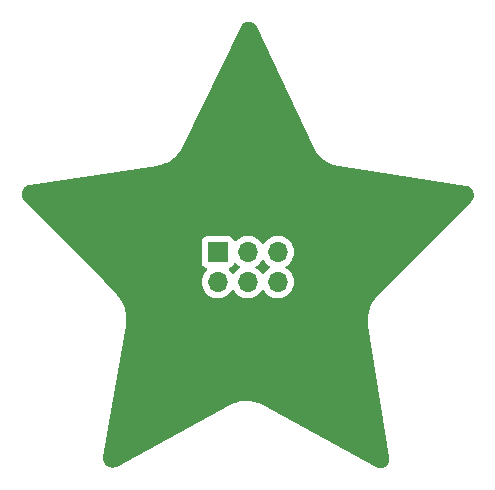
<source format=gtl>
G04 #@! TF.GenerationSoftware,KiCad,Pcbnew,(6.99.0-1934-gfe17dca71f)*
G04 #@! TF.CreationDate,2022-05-23T00:26:23-05:00*
G04 #@! TF.ProjectId,gold_star_v2_SAO,676f6c64-5f73-4746-9172-5f76325f5341,rev?*
G04 #@! TF.SameCoordinates,Original*
G04 #@! TF.FileFunction,Copper,L1,Top*
G04 #@! TF.FilePolarity,Positive*
%FSLAX46Y46*%
G04 Gerber Fmt 4.6, Leading zero omitted, Abs format (unit mm)*
G04 Created by KiCad (PCBNEW (6.99.0-1934-gfe17dca71f)) date 2022-05-23 00:26:23*
%MOMM*%
%LPD*%
G01*
G04 APERTURE LIST*
G04 #@! TA.AperFunction,ComponentPad*
%ADD10R,1.700000X1.700000*%
G04 #@! TD*
G04 #@! TA.AperFunction,ComponentPad*
%ADD11O,1.700000X1.700000*%
G04 #@! TD*
G04 APERTURE END LIST*
D10*
X124459999Y-76799999D03*
D11*
X124459999Y-79339999D03*
X126999999Y-76799999D03*
X126999999Y-79339999D03*
X129539999Y-76799999D03*
X129539999Y-79339999D03*
G04 #@! TA.AperFunction,NonConductor*
G36*
X128353226Y-77475670D02*
G01*
X128375483Y-77501357D01*
X128464278Y-77637268D01*
X128467803Y-77641097D01*
X128467806Y-77641101D01*
X128532511Y-77711388D01*
X128616760Y-77802906D01*
X128794424Y-77941189D01*
X128799005Y-77943668D01*
X128827680Y-77959186D01*
X128878071Y-78009199D01*
X128893423Y-78078516D01*
X128868863Y-78145129D01*
X128827681Y-78180813D01*
X128794424Y-78198811D01*
X128790313Y-78202010D01*
X128790311Y-78202012D01*
X128635861Y-78322227D01*
X128616760Y-78337094D01*
X128613228Y-78340931D01*
X128467806Y-78498899D01*
X128467803Y-78498903D01*
X128464278Y-78502732D01*
X128461427Y-78507096D01*
X128375483Y-78638643D01*
X128321479Y-78684732D01*
X128251132Y-78694307D01*
X128186774Y-78664330D01*
X128164517Y-78638643D01*
X128078573Y-78507096D01*
X128075722Y-78502732D01*
X128072197Y-78498903D01*
X128072194Y-78498899D01*
X127926772Y-78340931D01*
X127923240Y-78337094D01*
X127904139Y-78322227D01*
X127749689Y-78202012D01*
X127749687Y-78202010D01*
X127745576Y-78198811D01*
X127712320Y-78180814D01*
X127661929Y-78130801D01*
X127646577Y-78061484D01*
X127671137Y-77994871D01*
X127712320Y-77959186D01*
X127740995Y-77943668D01*
X127745576Y-77941189D01*
X127923240Y-77802906D01*
X128007489Y-77711388D01*
X128072194Y-77641101D01*
X128072197Y-77641097D01*
X128075722Y-77637268D01*
X128164517Y-77501357D01*
X128218521Y-77455268D01*
X128288868Y-77445693D01*
X128353226Y-77475670D01*
G37*
G04 #@! TD.AperFunction*
G04 #@! TA.AperFunction,NonConductor*
G36*
X125983439Y-77711388D02*
G01*
X126015755Y-77736638D01*
X126036526Y-77759201D01*
X126076760Y-77802906D01*
X126254424Y-77941189D01*
X126259005Y-77943668D01*
X126287680Y-77959186D01*
X126338071Y-78009199D01*
X126353423Y-78078516D01*
X126328863Y-78145129D01*
X126287681Y-78180813D01*
X126254424Y-78198811D01*
X126250313Y-78202010D01*
X126250311Y-78202012D01*
X126095861Y-78322227D01*
X126076760Y-78337094D01*
X126073228Y-78340931D01*
X125927806Y-78498899D01*
X125927803Y-78498903D01*
X125924278Y-78502732D01*
X125921427Y-78507096D01*
X125835483Y-78638643D01*
X125781479Y-78684732D01*
X125711132Y-78694307D01*
X125646774Y-78664330D01*
X125624517Y-78638643D01*
X125538573Y-78507096D01*
X125535722Y-78502732D01*
X125532197Y-78498903D01*
X125532194Y-78498899D01*
X125392525Y-78347180D01*
X125361104Y-78283515D01*
X125369091Y-78212969D01*
X125413949Y-78157940D01*
X125441191Y-78143787D01*
X125556204Y-78100889D01*
X125568536Y-78091658D01*
X125666050Y-78018659D01*
X125673261Y-78013261D01*
X125760889Y-77896204D01*
X125804998Y-77777944D01*
X125847545Y-77721108D01*
X125914065Y-77696297D01*
X125983439Y-77711388D01*
G37*
G04 #@! TD.AperFunction*
G04 #@! TA.AperFunction,NonConductor*
G36*
X127087122Y-57296259D02*
G01*
X127133892Y-57298091D01*
X127143078Y-57298787D01*
X127187998Y-57303852D01*
X127197053Y-57305208D01*
X127241178Y-57313464D01*
X127250041Y-57315456D01*
X127285242Y-57324713D01*
X127293255Y-57326820D01*
X127301890Y-57329425D01*
X127344064Y-57343812D01*
X127352429Y-57347002D01*
X127393455Y-57364339D01*
X127401515Y-57368085D01*
X127419253Y-57377105D01*
X127441243Y-57388287D01*
X127448977Y-57392568D01*
X127487288Y-57415564D01*
X127494666Y-57420350D01*
X127531407Y-57446054D01*
X127538384Y-57451307D01*
X127573400Y-57479625D01*
X127579973Y-57485328D01*
X127613151Y-57516203D01*
X127619325Y-57522361D01*
X127650475Y-57555666D01*
X127656216Y-57562248D01*
X127667477Y-57576098D01*
X127685078Y-57597746D01*
X127685202Y-57597899D01*
X127690481Y-57604873D01*
X127717206Y-57642850D01*
X127721991Y-57650177D01*
X127746277Y-57690350D01*
X127750546Y-57698002D01*
X127773276Y-57742288D01*
X127775193Y-57746188D01*
X132503511Y-67803726D01*
X132516572Y-67831508D01*
X132515457Y-67832032D01*
X132515560Y-67832245D01*
X132516659Y-67831687D01*
X132601720Y-67999314D01*
X132600761Y-67999800D01*
X132600796Y-67999866D01*
X132601722Y-67999329D01*
X132601762Y-67999398D01*
X132601802Y-67999476D01*
X132600849Y-67999965D01*
X132600885Y-68000031D01*
X132601814Y-67999487D01*
X132696000Y-68160289D01*
X132695179Y-68160770D01*
X132695217Y-68160832D01*
X132696004Y-68160307D01*
X132696058Y-68160388D01*
X132696094Y-68160449D01*
X132695279Y-68160930D01*
X132695314Y-68160986D01*
X132696104Y-68160457D01*
X132799020Y-68314131D01*
X132797883Y-68314892D01*
X132797937Y-68314966D01*
X132799024Y-68314146D01*
X132799076Y-68314215D01*
X132799122Y-68314283D01*
X132797995Y-68315045D01*
X132798048Y-68315118D01*
X132799135Y-68314291D01*
X132910376Y-68460530D01*
X132909499Y-68461197D01*
X132909550Y-68461259D01*
X132910381Y-68460545D01*
X132910436Y-68460609D01*
X132910487Y-68460676D01*
X132909616Y-68461339D01*
X132909667Y-68461402D01*
X132910501Y-68460684D01*
X133029671Y-68599184D01*
X133028658Y-68600056D01*
X133028723Y-68600126D01*
X133029677Y-68599200D01*
X133029741Y-68599266D01*
X133029791Y-68599324D01*
X133028802Y-68600177D01*
X133028785Y-68600193D01*
X133028846Y-68600260D01*
X133029804Y-68599330D01*
X133156506Y-68729796D01*
X133155803Y-68730478D01*
X133155987Y-68730656D01*
X133156647Y-68729933D01*
X133290481Y-68852058D01*
X133289646Y-68852973D01*
X133289710Y-68853027D01*
X133290489Y-68852072D01*
X133290554Y-68852125D01*
X133290616Y-68852181D01*
X133289791Y-68853095D01*
X133289854Y-68853148D01*
X133290631Y-68852186D01*
X133431198Y-68965667D01*
X133430539Y-68966483D01*
X133430747Y-68966641D01*
X133431355Y-68965787D01*
X133578257Y-69070325D01*
X133577527Y-69071350D01*
X133577602Y-69071400D01*
X133578267Y-69070339D01*
X133578342Y-69070386D01*
X133578407Y-69070432D01*
X133577684Y-69071453D01*
X133577757Y-69071501D01*
X133578422Y-69070435D01*
X133731262Y-69165728D01*
X133730763Y-69166528D01*
X133730825Y-69166564D01*
X133731272Y-69165740D01*
X133731342Y-69165778D01*
X133731416Y-69165824D01*
X133730921Y-69166620D01*
X133730983Y-69166656D01*
X133731432Y-69165827D01*
X133889810Y-69251569D01*
X133889328Y-69252460D01*
X133889394Y-69252494D01*
X133889820Y-69251580D01*
X133889893Y-69251614D01*
X133889969Y-69251655D01*
X133889490Y-69252543D01*
X133889558Y-69252578D01*
X133889985Y-69251657D01*
X134053502Y-69327548D01*
X134053088Y-69328439D01*
X134053159Y-69328470D01*
X134053514Y-69327560D01*
X134053596Y-69327592D01*
X134053667Y-69327625D01*
X134053254Y-69328513D01*
X134053324Y-69328543D01*
X134053682Y-69327626D01*
X134221943Y-69393365D01*
X134221661Y-69394087D01*
X134221892Y-69394170D01*
X134222129Y-69393431D01*
X134394728Y-69448712D01*
X134394469Y-69449521D01*
X134394709Y-69449590D01*
X134394917Y-69448767D01*
X134571466Y-69493292D01*
X134571464Y-69493299D01*
X134571479Y-69493300D01*
X134571556Y-69493314D01*
X134571642Y-69493336D01*
X134571658Y-69493333D01*
X134571834Y-69493366D01*
X134572133Y-69493421D01*
X134751744Y-69526797D01*
X134751423Y-69528526D01*
X134751672Y-69528571D01*
X134751939Y-69526830D01*
X145473498Y-71168906D01*
X145478009Y-71169682D01*
X145524735Y-71178600D01*
X145525212Y-71178691D01*
X145534175Y-71180744D01*
X145577914Y-71192454D01*
X145586636Y-71195131D01*
X145629195Y-71209900D01*
X145637631Y-71213171D01*
X145678841Y-71230879D01*
X145686948Y-71234710D01*
X145726764Y-71255288D01*
X145734515Y-71259647D01*
X145772775Y-71282979D01*
X145780140Y-71287832D01*
X145816716Y-71313813D01*
X145823678Y-71319132D01*
X145858460Y-71347674D01*
X145865002Y-71353432D01*
X145887107Y-71374289D01*
X145897850Y-71384426D01*
X145903953Y-71390596D01*
X145930612Y-71419470D01*
X145934734Y-71423935D01*
X145940375Y-71430481D01*
X145965478Y-71461727D01*
X145968981Y-71466087D01*
X145974163Y-71473012D01*
X146000415Y-71510721D01*
X146005110Y-71517985D01*
X146028905Y-71557727D01*
X146033090Y-71565294D01*
X146034040Y-71567161D01*
X146054305Y-71606980D01*
X146057969Y-71614838D01*
X146076462Y-71658343D01*
X146079582Y-71666446D01*
X146095232Y-71711701D01*
X146097776Y-71719968D01*
X146100554Y-71730239D01*
X146110309Y-71766313D01*
X146112274Y-71774708D01*
X146115273Y-71789845D01*
X146121531Y-71821430D01*
X146122909Y-71829885D01*
X146128932Y-71876834D01*
X146129728Y-71885295D01*
X146132559Y-71932316D01*
X146132784Y-71940755D01*
X146132461Y-71987694D01*
X146132123Y-71996084D01*
X146129653Y-72029602D01*
X146128685Y-72042734D01*
X146127794Y-72051049D01*
X146121280Y-72097287D01*
X146119843Y-72105502D01*
X146110301Y-72151101D01*
X146108318Y-72159224D01*
X146095787Y-72204035D01*
X146093262Y-72212029D01*
X146077795Y-72255862D01*
X146074725Y-72263714D01*
X146056368Y-72306399D01*
X146052755Y-72314076D01*
X146031553Y-72355456D01*
X146027405Y-72362918D01*
X146004248Y-72401423D01*
X146003405Y-72402825D01*
X145998700Y-72410073D01*
X145971961Y-72448326D01*
X145966714Y-72455304D01*
X145937280Y-72491750D01*
X145931497Y-72498419D01*
X145897862Y-72534565D01*
X145894782Y-72537760D01*
X138105159Y-80339069D01*
X138084903Y-80359355D01*
X138084896Y-80359358D01*
X138084836Y-80359422D01*
X138084769Y-80359489D01*
X138084766Y-80359497D01*
X138083233Y-80361129D01*
X138083231Y-80361130D01*
X137956871Y-80495658D01*
X137956177Y-80495006D01*
X137956009Y-80495198D01*
X137956740Y-80495806D01*
X137837898Y-80638830D01*
X137836929Y-80638025D01*
X137836875Y-80638093D01*
X137837883Y-80638839D01*
X137837826Y-80638916D01*
X137837780Y-80638972D01*
X137836811Y-80638176D01*
X137836761Y-80638240D01*
X137837776Y-80638985D01*
X137728147Y-80788383D01*
X137727313Y-80787771D01*
X137727270Y-80787832D01*
X137728134Y-80788392D01*
X137728088Y-80788463D01*
X137728039Y-80788530D01*
X137727207Y-80787922D01*
X137727165Y-80787983D01*
X137728035Y-80788545D01*
X137627778Y-80943824D01*
X137626800Y-80943193D01*
X137626758Y-80943261D01*
X137627766Y-80943833D01*
X137627724Y-80943907D01*
X137627679Y-80943977D01*
X137626703Y-80943350D01*
X137626661Y-80943419D01*
X137627676Y-80943992D01*
X137536944Y-81104668D01*
X137536098Y-81104190D01*
X137535980Y-81104416D01*
X137536853Y-81104843D01*
X137455801Y-81270425D01*
X137454789Y-81269930D01*
X137454757Y-81270000D01*
X137455791Y-81270435D01*
X137455759Y-81270511D01*
X137455721Y-81270589D01*
X137454713Y-81270098D01*
X137454680Y-81270169D01*
X137455720Y-81270604D01*
X137384508Y-81440609D01*
X137383522Y-81440196D01*
X137383428Y-81440437D01*
X137384437Y-81440792D01*
X137323214Y-81614736D01*
X137322247Y-81614396D01*
X137322169Y-81614639D01*
X137323155Y-81614923D01*
X137272083Y-81792309D01*
X137270965Y-81791987D01*
X137270945Y-81792067D01*
X137272074Y-81792322D01*
X137272055Y-81792406D01*
X137272032Y-81792486D01*
X137270920Y-81792166D01*
X137270901Y-81792245D01*
X137272034Y-81792501D01*
X137231264Y-81972851D01*
X137230245Y-81972621D01*
X137230196Y-81972873D01*
X137231227Y-81973044D01*
X137200918Y-82155865D01*
X137199887Y-82155694D01*
X137199854Y-82155949D01*
X137200891Y-82156059D01*
X137181196Y-82340872D01*
X137180183Y-82340764D01*
X137180178Y-82340837D01*
X137181190Y-82340885D01*
X137181186Y-82340969D01*
X137181177Y-82341053D01*
X137180169Y-82340945D01*
X137180164Y-82341018D01*
X137181181Y-82341067D01*
X137172259Y-82527378D01*
X137172253Y-82527392D01*
X137172254Y-82527479D01*
X137172250Y-82527561D01*
X137172255Y-82527575D01*
X137174259Y-82714898D01*
X137172994Y-82714912D01*
X137172998Y-82714999D01*
X137174254Y-82714913D01*
X137174260Y-82715001D01*
X137174261Y-82715082D01*
X137173003Y-82715098D01*
X137173007Y-82715183D01*
X137174267Y-82715095D01*
X137187354Y-82902943D01*
X137186285Y-82903017D01*
X137186292Y-82903090D01*
X137187350Y-82902959D01*
X137187361Y-82903048D01*
X137187367Y-82903127D01*
X137186304Y-82903208D01*
X137186311Y-82903278D01*
X137187373Y-82903140D01*
X137211698Y-83091021D01*
X137209932Y-83091250D01*
X137209965Y-83091497D01*
X137211726Y-83091216D01*
X138981420Y-94167518D01*
X138982027Y-94171786D01*
X138988260Y-94221706D01*
X138989034Y-94230269D01*
X138991706Y-94277966D01*
X138991894Y-94286506D01*
X138991333Y-94333889D01*
X138990948Y-94342358D01*
X138987220Y-94389368D01*
X138986272Y-94397744D01*
X138980384Y-94437731D01*
X138979438Y-94444158D01*
X138977937Y-94452426D01*
X138968058Y-94498121D01*
X138966013Y-94506256D01*
X138953178Y-94550975D01*
X138950597Y-94558958D01*
X138934838Y-94602659D01*
X138931724Y-94610466D01*
X138913147Y-94652881D01*
X138909506Y-94660491D01*
X138888164Y-94701507D01*
X138883993Y-94708903D01*
X138864744Y-94740499D01*
X138859949Y-94748369D01*
X138855259Y-94755510D01*
X138835793Y-94783063D01*
X138828613Y-94793226D01*
X138823387Y-94800109D01*
X138794195Y-94835938D01*
X138788458Y-94842502D01*
X138775278Y-94856568D01*
X138756781Y-94876308D01*
X138750551Y-94882507D01*
X138739033Y-94893193D01*
X138716460Y-94914134D01*
X138709711Y-94919964D01*
X138673264Y-94949264D01*
X138666073Y-94954635D01*
X138627780Y-94981164D01*
X138620199Y-94986024D01*
X138580643Y-95009434D01*
X138572753Y-95013732D01*
X138532095Y-95034029D01*
X138523957Y-95037735D01*
X138502324Y-95046673D01*
X138482328Y-95054934D01*
X138473933Y-95058057D01*
X138431491Y-95072153D01*
X138422901Y-95074671D01*
X138379830Y-95085651D01*
X138371099Y-95087550D01*
X138327517Y-95095421D01*
X138318665Y-95096697D01*
X138274736Y-95101446D01*
X138265823Y-95102091D01*
X138260280Y-95102295D01*
X138221685Y-95103713D01*
X138212748Y-95103723D01*
X138168616Y-95102204D01*
X138159665Y-95101576D01*
X138158440Y-95101446D01*
X138115631Y-95096904D01*
X138106719Y-95095635D01*
X138105524Y-95095421D01*
X138062991Y-95087805D01*
X138054171Y-95085897D01*
X138010855Y-95074884D01*
X138002149Y-95072333D01*
X137959442Y-95058132D01*
X137950911Y-95054949D01*
X137908905Y-95037520D01*
X137900608Y-95033719D01*
X137857574Y-95012089D01*
X137853537Y-95009968D01*
X137840457Y-95002789D01*
X128285350Y-89758682D01*
X128286200Y-89757133D01*
X128286149Y-89757105D01*
X128285345Y-89758676D01*
X128285261Y-89758633D01*
X128285184Y-89758591D01*
X128286030Y-89757041D01*
X128285978Y-89757013D01*
X128285176Y-89758590D01*
X128121074Y-89675117D01*
X128121559Y-89674164D01*
X128121486Y-89674131D01*
X128121063Y-89675106D01*
X128120987Y-89675073D01*
X128120912Y-89675035D01*
X128121392Y-89674088D01*
X128121319Y-89674054D01*
X128120896Y-89675034D01*
X127953264Y-89602627D01*
X127953761Y-89601477D01*
X127953677Y-89601444D01*
X127953251Y-89602615D01*
X127953163Y-89602583D01*
X127953095Y-89602554D01*
X127953584Y-89601407D01*
X127953504Y-89601376D01*
X127953081Y-89602554D01*
X127782413Y-89541213D01*
X127782769Y-89540222D01*
X127782521Y-89540141D01*
X127782227Y-89541152D01*
X127609023Y-89490881D01*
X127609378Y-89489658D01*
X127609291Y-89489636D01*
X127609011Y-89490872D01*
X127608936Y-89490855D01*
X127608849Y-89490830D01*
X127609199Y-89489611D01*
X127609110Y-89489588D01*
X127608832Y-89490832D01*
X127433587Y-89451630D01*
X127433785Y-89450746D01*
X127433717Y-89450733D01*
X127433575Y-89451623D01*
X127433506Y-89451612D01*
X127433412Y-89451591D01*
X127433608Y-89450713D01*
X127433536Y-89450699D01*
X127433394Y-89451594D01*
X127256604Y-89423466D01*
X127256796Y-89422262D01*
X127256706Y-89422250D01*
X127256590Y-89423458D01*
X127256507Y-89423450D01*
X127256425Y-89423437D01*
X127256615Y-89422238D01*
X127256526Y-89422226D01*
X127256409Y-89423441D01*
X127078563Y-89406383D01*
X127078667Y-89405296D01*
X127078590Y-89405291D01*
X127078549Y-89406377D01*
X127078470Y-89406374D01*
X127078383Y-89406366D01*
X127078482Y-89405285D01*
X127078404Y-89405280D01*
X127078367Y-89406371D01*
X126899967Y-89400388D01*
X126899993Y-89399617D01*
X126899748Y-89399615D01*
X126899770Y-89400387D01*
X126721304Y-89405480D01*
X126721280Y-89404638D01*
X126721032Y-89404652D01*
X126721108Y-89405491D01*
X126543072Y-89421660D01*
X126542969Y-89420521D01*
X126542884Y-89420531D01*
X126543057Y-89421656D01*
X126542979Y-89421668D01*
X126542891Y-89421676D01*
X126542788Y-89420542D01*
X126542702Y-89420552D01*
X126542876Y-89421684D01*
X126365769Y-89448930D01*
X126365648Y-89448146D01*
X126365407Y-89448189D01*
X126365576Y-89448965D01*
X126189887Y-89487291D01*
X126189667Y-89486283D01*
X126189592Y-89486301D01*
X126189869Y-89487289D01*
X126189780Y-89487314D01*
X126189708Y-89487330D01*
X126189485Y-89486328D01*
X126189414Y-89486345D01*
X126189696Y-89487338D01*
X126015920Y-89536745D01*
X126015657Y-89535820D01*
X126015412Y-89535897D01*
X126015733Y-89536805D01*
X125844369Y-89597291D01*
X125843948Y-89596099D01*
X125843868Y-89596131D01*
X125844354Y-89597291D01*
X125844280Y-89597322D01*
X125844199Y-89597351D01*
X125843775Y-89596167D01*
X125843693Y-89596199D01*
X125844187Y-89597362D01*
X125675730Y-89668932D01*
X125675243Y-89667785D01*
X125675163Y-89667821D01*
X125675712Y-89668933D01*
X125675627Y-89668975D01*
X125675560Y-89669004D01*
X125675067Y-89667865D01*
X125674992Y-89667899D01*
X125675550Y-89669014D01*
X125510497Y-89751665D01*
X125509719Y-89750112D01*
X125509663Y-89750142D01*
X125510488Y-89751666D01*
X125510403Y-89751712D01*
X125510327Y-89751750D01*
X125509552Y-89750200D01*
X125509497Y-89750229D01*
X125510322Y-89751756D01*
X115882378Y-94955108D01*
X115878359Y-94957187D01*
X115834896Y-94978693D01*
X115826624Y-94982420D01*
X115784342Y-94999668D01*
X115775829Y-95002789D01*
X115732905Y-95016792D01*
X115724217Y-95019285D01*
X115680781Y-95030080D01*
X115671964Y-95031940D01*
X115628076Y-95039565D01*
X115619191Y-95040784D01*
X115575109Y-95045234D01*
X115566164Y-95045817D01*
X115521970Y-95047116D01*
X115513035Y-95047060D01*
X115468948Y-95045219D01*
X115460040Y-95044530D01*
X115416174Y-95039561D01*
X115407326Y-95038239D01*
X115400556Y-95036980D01*
X115363853Y-95030154D01*
X115355134Y-95028210D01*
X115312200Y-95017019D01*
X115303605Y-95014448D01*
X115261392Y-95000164D01*
X115252980Y-94996979D01*
X115211622Y-94979606D01*
X115203435Y-94975817D01*
X115180307Y-94964089D01*
X115163052Y-94955339D01*
X115155152Y-94950970D01*
X115115927Y-94927399D01*
X115108345Y-94922463D01*
X115069500Y-94895140D01*
X115064063Y-94891093D01*
X115059520Y-94887517D01*
X115046631Y-94877373D01*
X115043178Y-94874554D01*
X115025398Y-94859499D01*
X115022059Y-94856568D01*
X115004903Y-94840961D01*
X115001646Y-94837890D01*
X114985931Y-94822539D01*
X114981327Y-94817800D01*
X114949305Y-94783042D01*
X114943605Y-94776405D01*
X114924464Y-94752477D01*
X114914883Y-94740499D01*
X114909698Y-94733538D01*
X114883510Y-94695731D01*
X114878852Y-94688490D01*
X114860196Y-94657185D01*
X114855319Y-94649002D01*
X114851201Y-94641528D01*
X114830357Y-94600461D01*
X114826777Y-94592778D01*
X114808702Y-94550310D01*
X114805658Y-94542435D01*
X114790422Y-94498721D01*
X114787917Y-94490681D01*
X114775591Y-94445883D01*
X114773639Y-94437731D01*
X114764297Y-94392056D01*
X114762885Y-94383748D01*
X114756587Y-94337327D01*
X114755734Y-94328938D01*
X114752854Y-94286506D01*
X114752542Y-94281910D01*
X114752253Y-94273431D01*
X114752236Y-94226028D01*
X114752522Y-94217497D01*
X114755753Y-94169637D01*
X114755813Y-94168741D01*
X114756410Y-94162343D01*
X114759128Y-94139502D01*
X114759703Y-94135277D01*
X114763554Y-94110237D01*
X114763885Y-94108200D01*
X115509221Y-89758676D01*
X116660545Y-83039949D01*
X116660548Y-83039944D01*
X116660557Y-83039878D01*
X116660577Y-83039763D01*
X116662173Y-83040041D01*
X116662182Y-83039981D01*
X116660575Y-83039754D01*
X116687050Y-82852000D01*
X116688160Y-82852157D01*
X116688168Y-82852084D01*
X116687056Y-82851988D01*
X116687063Y-82851907D01*
X116687075Y-82851821D01*
X116688180Y-82851975D01*
X116688189Y-82851897D01*
X116687071Y-82851806D01*
X116702306Y-82664050D01*
X116702355Y-82663922D01*
X116702317Y-82663919D01*
X116702323Y-82663846D01*
X116702382Y-82663851D01*
X116702389Y-82663835D01*
X116702319Y-82663833D01*
X116706468Y-82476524D01*
X116707529Y-82476547D01*
X116707528Y-82476471D01*
X116706473Y-82476510D01*
X116706470Y-82476429D01*
X116706472Y-82476341D01*
X116707526Y-82476365D01*
X116707525Y-82476287D01*
X116706466Y-82476326D01*
X116699678Y-82289977D01*
X116699682Y-82289963D01*
X116699674Y-82289880D01*
X116699671Y-82289795D01*
X116699665Y-82289781D01*
X116686956Y-82156090D01*
X116682087Y-82104879D01*
X116683351Y-82104759D01*
X116683341Y-82104673D01*
X116682091Y-82104864D01*
X116682078Y-82104779D01*
X116682070Y-82104696D01*
X116683329Y-82104575D01*
X116683319Y-82104489D01*
X116682063Y-82104683D01*
X116653849Y-81921715D01*
X116654992Y-81921539D01*
X116654978Y-81921461D01*
X116653852Y-81921699D01*
X116653833Y-81921609D01*
X116653821Y-81921533D01*
X116654959Y-81921353D01*
X116654945Y-81921278D01*
X116653814Y-81921521D01*
X116615110Y-81740972D01*
X116616198Y-81740739D01*
X116616137Y-81740484D01*
X116615063Y-81740781D01*
X116566023Y-81563142D01*
X116567162Y-81562828D01*
X116567139Y-81562752D01*
X116566024Y-81563129D01*
X116566000Y-81563058D01*
X116565975Y-81562968D01*
X116567109Y-81562653D01*
X116567085Y-81562574D01*
X116565965Y-81562955D01*
X116506738Y-81388712D01*
X116507865Y-81388329D01*
X116507836Y-81388253D01*
X116506738Y-81388699D01*
X116506712Y-81388635D01*
X116506680Y-81388541D01*
X116507800Y-81388160D01*
X116507770Y-81388080D01*
X116506668Y-81388528D01*
X116437405Y-81218174D01*
X116438287Y-81217816D01*
X116438183Y-81217585D01*
X116437325Y-81217994D01*
X116358175Y-81052011D01*
X116359141Y-81051551D01*
X116359106Y-81051485D01*
X116358173Y-81051996D01*
X116358133Y-81051923D01*
X116358096Y-81051846D01*
X116359055Y-81051385D01*
X116359021Y-81051320D01*
X116358085Y-81051836D01*
X116269196Y-80890715D01*
X116270157Y-80890185D01*
X116270118Y-80890119D01*
X116269193Y-80890699D01*
X116269146Y-80890624D01*
X116269107Y-80890554D01*
X116270061Y-80890023D01*
X116270023Y-80889959D01*
X116269096Y-80890545D01*
X116170619Y-80734770D01*
X116171472Y-80734231D01*
X116171431Y-80734171D01*
X116170615Y-80734754D01*
X116170565Y-80734684D01*
X116170521Y-80734615D01*
X116171367Y-80734075D01*
X116171328Y-80734016D01*
X116170509Y-80734606D01*
X116062595Y-80584670D01*
X116063718Y-80583862D01*
X116063660Y-80583788D01*
X116062590Y-80584653D01*
X116062531Y-80584580D01*
X116062488Y-80584521D01*
X116063600Y-80583710D01*
X116063546Y-80583641D01*
X116062476Y-80584514D01*
X115945273Y-80440896D01*
X115946047Y-80440264D01*
X115945879Y-80440070D01*
X115945144Y-80440748D01*
X115818812Y-80303951D01*
X115819810Y-80303030D01*
X115819776Y-80302996D01*
X115818809Y-80303945D01*
X115818756Y-80303891D01*
X115818683Y-80303812D01*
X115819675Y-80302895D01*
X115819640Y-80302860D01*
X115818674Y-80303808D01*
X114872062Y-79340000D01*
X123096844Y-79340000D01*
X123115436Y-79564368D01*
X123170704Y-79782616D01*
X123261140Y-79988791D01*
X123263990Y-79993153D01*
X123263992Y-79993157D01*
X123278701Y-80015670D01*
X123384278Y-80177268D01*
X123387803Y-80181097D01*
X123387806Y-80181101D01*
X123489360Y-80291417D01*
X123536760Y-80342906D01*
X123540879Y-80346112D01*
X123557980Y-80359422D01*
X123714424Y-80481189D01*
X123772085Y-80512393D01*
X123905641Y-80584670D01*
X123912426Y-80588342D01*
X124125365Y-80661444D01*
X124130499Y-80662301D01*
X124130504Y-80662302D01*
X124342294Y-80697643D01*
X124342296Y-80697643D01*
X124347431Y-80698500D01*
X124572569Y-80698500D01*
X124577704Y-80697643D01*
X124577706Y-80697643D01*
X124789496Y-80662302D01*
X124789501Y-80662301D01*
X124794635Y-80661444D01*
X125007574Y-80588342D01*
X125014360Y-80584670D01*
X125147915Y-80512393D01*
X125205576Y-80481189D01*
X125362021Y-80359422D01*
X125379121Y-80346112D01*
X125383240Y-80342906D01*
X125430640Y-80291417D01*
X125532194Y-80181101D01*
X125532197Y-80181097D01*
X125535722Y-80177268D01*
X125624517Y-80041357D01*
X125678521Y-79995268D01*
X125748868Y-79985693D01*
X125813226Y-80015670D01*
X125835483Y-80041357D01*
X125924278Y-80177268D01*
X125927803Y-80181097D01*
X125927806Y-80181101D01*
X126029360Y-80291417D01*
X126076760Y-80342906D01*
X126080879Y-80346112D01*
X126097980Y-80359422D01*
X126254424Y-80481189D01*
X126312085Y-80512393D01*
X126445641Y-80584670D01*
X126452426Y-80588342D01*
X126665365Y-80661444D01*
X126670499Y-80662301D01*
X126670504Y-80662302D01*
X126882294Y-80697643D01*
X126882296Y-80697643D01*
X126887431Y-80698500D01*
X127112569Y-80698500D01*
X127117704Y-80697643D01*
X127117706Y-80697643D01*
X127329496Y-80662302D01*
X127329501Y-80662301D01*
X127334635Y-80661444D01*
X127547574Y-80588342D01*
X127554360Y-80584670D01*
X127687915Y-80512393D01*
X127745576Y-80481189D01*
X127902021Y-80359422D01*
X127919121Y-80346112D01*
X127923240Y-80342906D01*
X127970640Y-80291417D01*
X128072194Y-80181101D01*
X128072197Y-80181097D01*
X128075722Y-80177268D01*
X128164517Y-80041357D01*
X128218521Y-79995268D01*
X128288868Y-79985693D01*
X128353226Y-80015670D01*
X128375483Y-80041357D01*
X128464278Y-80177268D01*
X128467803Y-80181097D01*
X128467806Y-80181101D01*
X128569360Y-80291417D01*
X128616760Y-80342906D01*
X128620879Y-80346112D01*
X128637980Y-80359422D01*
X128794424Y-80481189D01*
X128852085Y-80512393D01*
X128985641Y-80584670D01*
X128992426Y-80588342D01*
X129205365Y-80661444D01*
X129210499Y-80662301D01*
X129210504Y-80662302D01*
X129422294Y-80697643D01*
X129422296Y-80697643D01*
X129427431Y-80698500D01*
X129652569Y-80698500D01*
X129657704Y-80697643D01*
X129657706Y-80697643D01*
X129869496Y-80662302D01*
X129869501Y-80662301D01*
X129874635Y-80661444D01*
X130087574Y-80588342D01*
X130094360Y-80584670D01*
X130227915Y-80512393D01*
X130285576Y-80481189D01*
X130442021Y-80359422D01*
X130459121Y-80346112D01*
X130463240Y-80342906D01*
X130510640Y-80291417D01*
X130612194Y-80181101D01*
X130612197Y-80181097D01*
X130615722Y-80177268D01*
X130721299Y-80015670D01*
X130736008Y-79993157D01*
X130736010Y-79993153D01*
X130738860Y-79988791D01*
X130829296Y-79782616D01*
X130884564Y-79564368D01*
X130903156Y-79340000D01*
X130884564Y-79115632D01*
X130829296Y-78897384D01*
X130738860Y-78691209D01*
X130734629Y-78684732D01*
X130618573Y-78507096D01*
X130615722Y-78502732D01*
X130612197Y-78498903D01*
X130612194Y-78498899D01*
X130466772Y-78340931D01*
X130463240Y-78337094D01*
X130444139Y-78322227D01*
X130289689Y-78202012D01*
X130289687Y-78202010D01*
X130285576Y-78198811D01*
X130252320Y-78180814D01*
X130201929Y-78130801D01*
X130186577Y-78061484D01*
X130211137Y-77994871D01*
X130252320Y-77959186D01*
X130280995Y-77943668D01*
X130285576Y-77941189D01*
X130463240Y-77802906D01*
X130547489Y-77711388D01*
X130612194Y-77641101D01*
X130612197Y-77641097D01*
X130615722Y-77637268D01*
X130721299Y-77475670D01*
X130736008Y-77453157D01*
X130736010Y-77453153D01*
X130738860Y-77448791D01*
X130829296Y-77242616D01*
X130884564Y-77024368D01*
X130903156Y-76800000D01*
X130884564Y-76575632D01*
X130829296Y-76357384D01*
X130738860Y-76151209D01*
X130734629Y-76144732D01*
X130618573Y-75967096D01*
X130615722Y-75962732D01*
X130612197Y-75958903D01*
X130612194Y-75958899D01*
X130466772Y-75800931D01*
X130463240Y-75797094D01*
X130285576Y-75658811D01*
X130087574Y-75551658D01*
X129874635Y-75478556D01*
X129869501Y-75477699D01*
X129869496Y-75477698D01*
X129657706Y-75442357D01*
X129657704Y-75442357D01*
X129652569Y-75441500D01*
X129427431Y-75441500D01*
X129422296Y-75442357D01*
X129422294Y-75442357D01*
X129210504Y-75477698D01*
X129210499Y-75477699D01*
X129205365Y-75478556D01*
X128992426Y-75551658D01*
X128794424Y-75658811D01*
X128616760Y-75797094D01*
X128613228Y-75800931D01*
X128467806Y-75958899D01*
X128467803Y-75958903D01*
X128464278Y-75962732D01*
X128461427Y-75967096D01*
X128375483Y-76098643D01*
X128321479Y-76144732D01*
X128251132Y-76154307D01*
X128186774Y-76124330D01*
X128164517Y-76098643D01*
X128078573Y-75967096D01*
X128075722Y-75962732D01*
X128072197Y-75958903D01*
X128072194Y-75958899D01*
X127926772Y-75800931D01*
X127923240Y-75797094D01*
X127745576Y-75658811D01*
X127547574Y-75551658D01*
X127334635Y-75478556D01*
X127329501Y-75477699D01*
X127329496Y-75477698D01*
X127117706Y-75442357D01*
X127117704Y-75442357D01*
X127112569Y-75441500D01*
X126887431Y-75441500D01*
X126882296Y-75442357D01*
X126882294Y-75442357D01*
X126670504Y-75477698D01*
X126670499Y-75477699D01*
X126665365Y-75478556D01*
X126452426Y-75551658D01*
X126254424Y-75658811D01*
X126076760Y-75797094D01*
X126073228Y-75800931D01*
X126015755Y-75863362D01*
X125954901Y-75899933D01*
X125883937Y-75897798D01*
X125825392Y-75857636D01*
X125804998Y-75822056D01*
X125764038Y-75712239D01*
X125764037Y-75712237D01*
X125760889Y-75703796D01*
X125673261Y-75586739D01*
X125556204Y-75499111D01*
X125419201Y-75448011D01*
X125382295Y-75444043D01*
X125361988Y-75441860D01*
X125361985Y-75441860D01*
X125358638Y-75441500D01*
X123561362Y-75441500D01*
X123558015Y-75441860D01*
X123558012Y-75441860D01*
X123537705Y-75444043D01*
X123500799Y-75448011D01*
X123363796Y-75499111D01*
X123246739Y-75586739D01*
X123159111Y-75703796D01*
X123108011Y-75840799D01*
X123101500Y-75901362D01*
X123101500Y-77698638D01*
X123108011Y-77759201D01*
X123159111Y-77896204D01*
X123246739Y-78013261D01*
X123253950Y-78018659D01*
X123351465Y-78091658D01*
X123363796Y-78100889D01*
X123478808Y-78143787D01*
X123535642Y-78186333D01*
X123560453Y-78252853D01*
X123545361Y-78322227D01*
X123527475Y-78347180D01*
X123387806Y-78498899D01*
X123387803Y-78498903D01*
X123384278Y-78502732D01*
X123381427Y-78507096D01*
X123265372Y-78684732D01*
X123261140Y-78691209D01*
X123170704Y-78897384D01*
X123115436Y-79115632D01*
X123096844Y-79340000D01*
X114872062Y-79340000D01*
X108098600Y-72443491D01*
X108095528Y-72440249D01*
X108062338Y-72403969D01*
X108056577Y-72397208D01*
X108027621Y-72360692D01*
X108022414Y-72353634D01*
X107996144Y-72315292D01*
X107991485Y-72307963D01*
X107967997Y-72268029D01*
X107963891Y-72260470D01*
X107943188Y-72219037D01*
X107939637Y-72211283D01*
X107921786Y-72168548D01*
X107918803Y-72160674D01*
X107903848Y-72116797D01*
X107901403Y-72108754D01*
X107889395Y-72063917D01*
X107887497Y-72055751D01*
X107878482Y-72010137D01*
X107877132Y-72001874D01*
X107875855Y-71992005D01*
X107871147Y-71955606D01*
X107870351Y-71947282D01*
X107869682Y-71936513D01*
X107867450Y-71900629D01*
X107867208Y-71892237D01*
X107867421Y-71845309D01*
X107867742Y-71836876D01*
X107871112Y-71789845D01*
X107872004Y-71781398D01*
X107872939Y-71774717D01*
X107878568Y-71734462D01*
X107880036Y-71726057D01*
X107881312Y-71719975D01*
X107889833Y-71679348D01*
X107891887Y-71670991D01*
X107904958Y-71624681D01*
X107907589Y-71616450D01*
X107923767Y-71571246D01*
X107926960Y-71563204D01*
X107945975Y-71519737D01*
X107949700Y-71511959D01*
X107971417Y-71470329D01*
X107975661Y-71462830D01*
X107999956Y-71423135D01*
X108004691Y-71415961D01*
X108031418Y-71378322D01*
X108036631Y-71371487D01*
X108065677Y-71335984D01*
X108071347Y-71329517D01*
X108102574Y-71296263D01*
X108108691Y-71290181D01*
X108113972Y-71285278D01*
X108141947Y-71259302D01*
X108148491Y-71253631D01*
X108183676Y-71225201D01*
X108190627Y-71219971D01*
X108227577Y-71194120D01*
X108234921Y-71189354D01*
X108273504Y-71166180D01*
X108281240Y-71161895D01*
X108321360Y-71141481D01*
X108329449Y-71137720D01*
X108370936Y-71120186D01*
X108379356Y-71116977D01*
X108422119Y-71102409D01*
X108430801Y-71099796D01*
X108475892Y-71087986D01*
X108482554Y-71086434D01*
X108503834Y-71082083D01*
X108508316Y-71081252D01*
X108532173Y-71077276D01*
X108534349Y-71076934D01*
X119275589Y-69488222D01*
X119275862Y-69490070D01*
X119276115Y-69490025D01*
X119275784Y-69488190D01*
X119456250Y-69455626D01*
X119456408Y-69456503D01*
X119456655Y-69456448D01*
X119456442Y-69455584D01*
X119633491Y-69411943D01*
X119633658Y-69412619D01*
X119633890Y-69412554D01*
X119633681Y-69411890D01*
X119806912Y-69357469D01*
X119807253Y-69358554D01*
X119807327Y-69358528D01*
X119806928Y-69357469D01*
X119807005Y-69357440D01*
X119807086Y-69357414D01*
X119807431Y-69358490D01*
X119807506Y-69358464D01*
X119807099Y-69357403D01*
X119976103Y-69292507D01*
X119976405Y-69293293D01*
X119976467Y-69293267D01*
X119976120Y-69292506D01*
X119976201Y-69292469D01*
X119976274Y-69292441D01*
X119976574Y-69293222D01*
X119976635Y-69293197D01*
X119976285Y-69292431D01*
X120140668Y-69217357D01*
X120141105Y-69218314D01*
X120141171Y-69218280D01*
X120140683Y-69217355D01*
X120140755Y-69217317D01*
X120140833Y-69217281D01*
X120141271Y-69218230D01*
X120141338Y-69218196D01*
X120140844Y-69217269D01*
X120300199Y-69132319D01*
X120300729Y-69133313D01*
X120300801Y-69133272D01*
X120300214Y-69132317D01*
X120300284Y-69132274D01*
X120300359Y-69132234D01*
X120300887Y-69133224D01*
X120300959Y-69133183D01*
X120300369Y-69132222D01*
X120454296Y-69037694D01*
X120454834Y-69038570D01*
X120455050Y-69038428D01*
X120454460Y-69037586D01*
X120602556Y-68933784D01*
X120603376Y-68934954D01*
X120603449Y-68934899D01*
X120602571Y-68933780D01*
X120602636Y-68933729D01*
X120602705Y-68933680D01*
X120603529Y-68934840D01*
X120603602Y-68934785D01*
X120602713Y-68933667D01*
X120744577Y-68820888D01*
X120745339Y-68821847D01*
X120745400Y-68821796D01*
X120744591Y-68820883D01*
X120744652Y-68820829D01*
X120744719Y-68820775D01*
X120745485Y-68821725D01*
X120745546Y-68821673D01*
X120744727Y-68820761D01*
X120879808Y-68699441D01*
X120879956Y-68699308D01*
X120879970Y-68699302D01*
X120880026Y-68699245D01*
X120880092Y-68699186D01*
X120880756Y-68699929D01*
X120880812Y-68699875D01*
X120880099Y-68699171D01*
X121008292Y-68569342D01*
X121009271Y-68570309D01*
X121009334Y-68570241D01*
X121009333Y-68570240D01*
X121008305Y-68569336D01*
X121008356Y-68569278D01*
X121008420Y-68569213D01*
X121009396Y-68570174D01*
X121009462Y-68570104D01*
X121008426Y-68569197D01*
X121129179Y-68431295D01*
X121129995Y-68432010D01*
X121130044Y-68431951D01*
X121129193Y-68431287D01*
X121129246Y-68431219D01*
X121129300Y-68431157D01*
X121130114Y-68431866D01*
X121130163Y-68431808D01*
X121129305Y-68431143D01*
X121242217Y-68285462D01*
X121243218Y-68286238D01*
X121243270Y-68286167D01*
X121242230Y-68285454D01*
X121242278Y-68285384D01*
X121242329Y-68285318D01*
X121243327Y-68286089D01*
X121243379Y-68286018D01*
X121242333Y-68285303D01*
X121346949Y-68132229D01*
X121347004Y-68132148D01*
X121347016Y-68132139D01*
X121347059Y-68132067D01*
X121347107Y-68131997D01*
X121347962Y-68132583D01*
X121348004Y-68132517D01*
X121347110Y-68131982D01*
X121443137Y-67971652D01*
X121443165Y-67971669D01*
X121443171Y-67971653D01*
X121443149Y-67971642D01*
X121443189Y-67971565D01*
X121443231Y-67971495D01*
X121443232Y-67971486D01*
X121443234Y-67971481D01*
X121443233Y-67971480D01*
X121443237Y-67971472D01*
X121530208Y-67804282D01*
X121531766Y-67805093D01*
X121531790Y-67805047D01*
X121530214Y-67804277D01*
X121530257Y-67804189D01*
X121530296Y-67804113D01*
X121531860Y-67804915D01*
X121531883Y-67804872D01*
X121530297Y-67804106D01*
X126387481Y-57741784D01*
X126388445Y-57739832D01*
X126399745Y-57717420D01*
X126401777Y-57713557D01*
X126413231Y-57692672D01*
X126415389Y-57688894D01*
X126427483Y-57668542D01*
X126429752Y-57664869D01*
X126442468Y-57645064D01*
X126444864Y-57641471D01*
X126458172Y-57622238D01*
X126460704Y-57618709D01*
X126473660Y-57601300D01*
X126474617Y-57600014D01*
X126477269Y-57596576D01*
X126491724Y-57578490D01*
X126494446Y-57575201D01*
X126509514Y-57557626D01*
X126512365Y-57554415D01*
X126527905Y-57537505D01*
X126530893Y-57534364D01*
X126546955Y-57518050D01*
X126550036Y-57515026D01*
X126566613Y-57499313D01*
X126569761Y-57496429D01*
X126586818Y-57481339D01*
X126590092Y-57478542D01*
X126607601Y-57464098D01*
X126611007Y-57461386D01*
X126628935Y-57447609D01*
X126632429Y-57445019D01*
X126641533Y-57438510D01*
X126650753Y-57431918D01*
X126654313Y-57429465D01*
X126673121Y-57416981D01*
X126676735Y-57414671D01*
X126686335Y-57408767D01*
X126695911Y-57402878D01*
X126699688Y-57400646D01*
X126719188Y-57389571D01*
X126722995Y-57387495D01*
X126742939Y-57377071D01*
X126746786Y-57375146D01*
X126767021Y-57365454D01*
X126771045Y-57363613D01*
X126771091Y-57363593D01*
X126791551Y-57354665D01*
X126795594Y-57352984D01*
X126816440Y-57344747D01*
X126820583Y-57343195D01*
X126841629Y-57335729D01*
X126845881Y-57334305D01*
X126867257Y-57327568D01*
X126871565Y-57326294D01*
X126893147Y-57320329D01*
X126897519Y-57319205D01*
X126919288Y-57314020D01*
X126923709Y-57313050D01*
X126934340Y-57310918D01*
X126945779Y-57308625D01*
X126950257Y-57307811D01*
X126972465Y-57304188D01*
X126976988Y-57303534D01*
X126999391Y-57300709D01*
X127003946Y-57300219D01*
X127026530Y-57298202D01*
X127031112Y-57297877D01*
X127053871Y-57296681D01*
X127058424Y-57296525D01*
X127080198Y-57296178D01*
X127087122Y-57296259D01*
G37*
G04 #@! TD.AperFunction*
M02*

</source>
